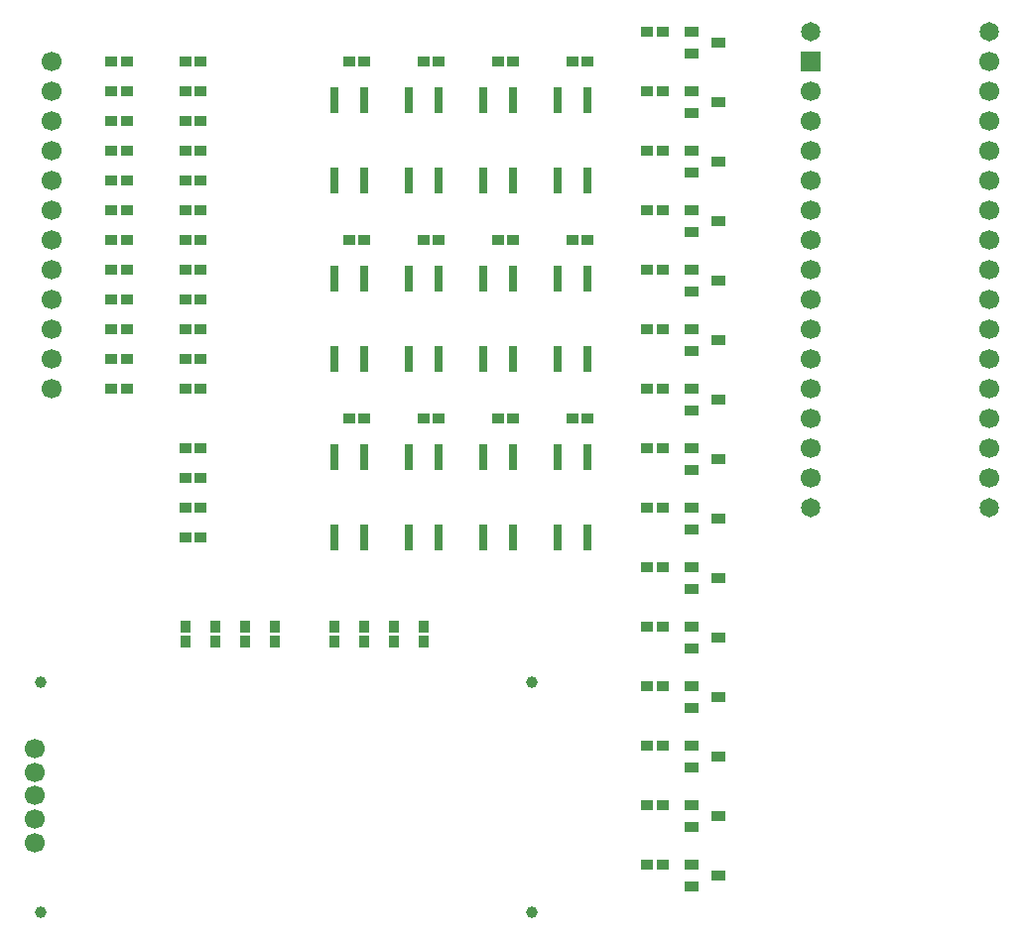
<source format=gbr>
G04 DipTrace 3.0.0.2*
G04 Âåðõíÿÿìàñêà.gbr*
%MOIN*%
G04 #@! TF.FileFunction,Soldermask,Top*
G04 #@! TF.Part,Single*
%ADD28C,0.065*%
%ADD29C,0.03937*%
%ADD34R,0.031496X0.086614*%
%ADD36R,0.049213X0.033465*%
%ADD38R,0.035433X0.043307*%
%ADD40R,0.043307X0.035433*%
%ADD42C,0.066929*%
%ADD44C,0.066929*%
%ADD46R,0.066929X0.066929*%
%FSLAX26Y26*%
G04*
G70*
G90*
G75*
G01*
G04 TopMask*
%LPD*%
D46*
X3093701Y3393701D3*
D44*
Y3293701D3*
Y3193701D3*
Y3093701D3*
Y2993701D3*
Y2893701D3*
Y2793701D3*
Y2693701D3*
Y2593701D3*
Y2493701D3*
Y2393701D3*
Y2293701D3*
Y2193701D3*
Y2093701D3*
Y1993701D3*
X3693701D3*
Y2093701D3*
Y2193701D3*
Y2293701D3*
Y2393701D3*
Y2493701D3*
Y2593701D3*
Y2693701D3*
Y2793701D3*
Y2893701D3*
Y2993701D3*
Y3093701D3*
Y3193701D3*
Y3293701D3*
Y3393701D3*
D28*
X3093701Y3493701D3*
X3693701D3*
Y1893701D3*
X3093701D3*
D29*
X506201Y1306201D3*
X2156201D3*
Y531201D3*
X506201D3*
D42*
X543701Y3293701D3*
Y3193701D3*
Y2893701D3*
Y3393701D3*
Y3093701D3*
Y2793701D3*
Y2693701D3*
Y2593701D3*
Y2493701D3*
Y2393701D3*
Y2993701D3*
Y2293701D3*
X485039Y1082677D3*
Y1003937D3*
Y925197D3*
Y846457D3*
Y767717D3*
D40*
X2543701Y3493701D3*
X2594882D3*
X2543701Y3293701D3*
X2594882D3*
X2543701Y3093701D3*
X2594882D3*
X2543701Y2893701D3*
X2594882D3*
X2543701Y2693701D3*
X2594882D3*
X2543701Y2493701D3*
X2594882D3*
X2543701Y2293701D3*
X2594882D3*
X2543701Y2093701D3*
X2594882D3*
X2543701Y1893701D3*
X2594882D3*
X2543701Y1693701D3*
X2594882D3*
X2543701Y693701D3*
X2594882D3*
X2543701Y893701D3*
X2594882D3*
X2543701Y1093701D3*
X2594882D3*
X2543701Y1293701D3*
X2594882D3*
X2543701Y1493701D3*
X2594882D3*
X1043701Y2293701D3*
X992520D3*
X1043701Y2393701D3*
X992520D3*
X1043701Y2493701D3*
X992520D3*
X1043701Y2593701D3*
X992520D3*
X1043701Y2693701D3*
X992520D3*
X1043701Y2793701D3*
X992520D3*
X1043701Y2893701D3*
X992520D3*
X1043701Y2993701D3*
X992520D3*
X1043701Y3093701D3*
X992520D3*
X1043701Y3193701D3*
X992520D3*
X1043701Y3293701D3*
X992520D3*
X1043701Y3393701D3*
X992520D3*
X1593701D3*
X1542520D3*
X1843701D3*
X1792520D3*
X2093701D3*
X2042520D3*
X2343701D3*
X2292520D3*
X1593701Y2793701D3*
X1542520D3*
X1843701D3*
X1792520D3*
X2093701D3*
X2042520D3*
X2343701D3*
X2292520D3*
X1593701Y2193701D3*
X1542520D3*
X1843701D3*
X1792520D3*
X2093701D3*
X2042520D3*
X2343701D3*
X2292520D3*
X743701Y2293701D3*
X794882D3*
X743701Y2393701D3*
X794882D3*
X743701Y2493701D3*
X794882D3*
X743701Y2593701D3*
X794882D3*
X743701Y2693701D3*
X794882D3*
X743701Y2793701D3*
X794882D3*
X743701Y2893701D3*
X794882D3*
X743701Y2993701D3*
X794882D3*
X743701Y3093701D3*
X794882D3*
X743701Y3193701D3*
X794882D3*
X743701Y3293701D3*
X794882D3*
X743701Y3393701D3*
X794882D3*
D38*
X1493701Y1493701D3*
Y1442520D3*
X1593701Y1493701D3*
Y1442520D3*
X1693701Y1493701D3*
Y1442520D3*
X1793701Y1493701D3*
Y1442520D3*
X993701Y1493701D3*
Y1442520D3*
X1093701Y1493701D3*
Y1442520D3*
X1193701Y1493701D3*
Y1442520D3*
X1293701Y1493701D3*
Y1442520D3*
D40*
X1043701Y2093701D3*
X992520D3*
X1043701Y1993701D3*
X992520D3*
X1043701Y1893701D3*
X992520D3*
X1043701Y1793701D3*
X992520D3*
D36*
X2693701Y3293701D3*
Y3218898D3*
X2784252Y3256299D3*
X2693701Y3093701D3*
Y3018898D3*
X2784252Y3056299D3*
X2693701Y2893701D3*
Y2818898D3*
X2784252Y2856299D3*
X2693701Y2693701D3*
Y2618898D3*
X2784252Y2656299D3*
X2693701Y2293701D3*
Y2218898D3*
X2784252Y2256299D3*
X2693701Y2093701D3*
Y2018898D3*
X2784252Y2056299D3*
X2693701Y1893701D3*
Y1818898D3*
X2784252Y1856299D3*
X2693701Y1693701D3*
Y1618898D3*
X2784252Y1656299D3*
X2693701Y1293701D3*
Y1218898D3*
X2784252Y1256299D3*
X2693701Y1093701D3*
Y1018898D3*
X2784252Y1056299D3*
X2693701Y893701D3*
Y818898D3*
X2784252Y856299D3*
X2693701Y693701D3*
Y618898D3*
X2784252Y656299D3*
X2693701Y3493701D3*
Y3418898D3*
X2784252Y3456299D3*
X2693701Y2493701D3*
Y2418898D3*
X2784252Y2456299D3*
X2693701Y1493701D3*
Y1418898D3*
X2784252Y1456299D3*
D34*
X1593701Y2993701D3*
X1493701D3*
X1593701Y3262441D3*
X1493701D3*
X1843701Y2993701D3*
X1743701D3*
X1843701Y3262441D3*
X1743701D3*
X2093701Y2993701D3*
X1993701D3*
X2093701Y3262441D3*
X1993701D3*
X2343701Y2993701D3*
X2243701D3*
X2343701Y3262441D3*
X2243701D3*
X1593701Y2393701D3*
X1493701D3*
X1593701Y2662441D3*
X1493701D3*
X1843701Y2393701D3*
X1743701D3*
X1843701Y2662441D3*
X1743701D3*
X2093701Y2393701D3*
X1993701D3*
X2093701Y2662441D3*
X1993701D3*
X1593701Y1793701D3*
X1493701D3*
X1593701Y2062441D3*
X1493701D3*
X1843701Y1793701D3*
X1743701D3*
X1843701Y2062441D3*
X1743701D3*
X2343701Y2393701D3*
X2243701D3*
X2343701Y2662441D3*
X2243701D3*
X2093701Y1793701D3*
X1993701D3*
X2093701Y2062441D3*
X1993701D3*
X2343701Y1793701D3*
X2243701D3*
X2343701Y2062441D3*
X2243701D3*
M02*

</source>
